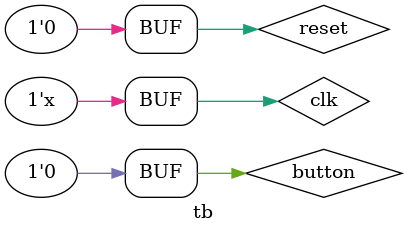
<source format=v>
`timescale 1ns/10ps

/* Axelou Olympia
 * oaxelou@uth.gr 
 * 2161
 * 
 * ce430
 * Project1: 7-Segment display
 *
 * Part C: button triggered 16-char message display (circular)
 * (the same file as of part B)  
 * 
 * tb.v: the testbench of the partB circuit
 * 
 * Tests the button: 
 * 1) It sends 2 signals with bouncing at posedge and at negedge
 * 2) then sends 2 signals with no bouncing
 */

module tb;

	reg clk;
	reg reset;
	reg button;

	wire an3,an2,an1,an0;
	wire a,b,c,d,e,f,g,dp;

	initial begin
		clk = 1'b1;
		button = 1'b0;
		
		#100 reset = 1'b1;
		#5 reset = 1'b0;
		#15 reset = 1'b1;
		#5 reset = 1'b0;
		#5 reset = 1'b1;
		#15 reset = 1'b0;
		#5 reset = 1'b1;
		#5000 reset = 1'b0;
		#5 reset = 1'b1;
		#15 reset = 1'b0;
		#5 reset = 1'b1;
		#25 reset = 1'b0;
		#5 reset = 1'b1;
		#5 reset = 1'b0;
		
		// 1st button press
		#5000 button = 1'b1;
		#5 button = 1'b0;
		#15 button = 1'b1;
		#5 button = 1'b0;
		#5 button = 1'b1;
		#5 button = 1'b0;
		#5 button = 1'b1;
		
		#5000 button = 1'b0;
		#15 button = 1'b1;
		#5 button = 1'b0;
		#5 button = 1'b1;
		#5 button = 1'b0;
		#5 button = 1'b1;
		#15 button = 1'b0;
		
		// 2nd button press
		#5200 button = 1'b1;
		#5 button = 1'b0;
		#15 button = 1'b1;
		#5 button = 1'b0;
		#5 button = 1'b1;
		#5 button = 1'b0;
		#5 button = 1'b1;
		
		#5000 button = 1'b0;
		#15 button = 1'b1;
		#5 button = 1'b0;
		#5 button = 1'b1;
		#5 button = 1'b0;
		#5 button = 1'b1;
		#15 button = 1'b0;
	
		
		// 3rd button press
		#5200 button = 1'b1;
		#5000 button = 1'b0;
		
		// 4th button press
		#5200 button = 1'b1;
		#5000 button = 1'b0;
		
		// 5th button press
		#5200 button = 1'b1;
		#5000 button = 1'b0;
		
		// 6th button press
		#5200 button = 1'b1;
		#5000 button = 1'b0;
		
		// 7th button press
		#5200 button = 1'b1;
		#5000 button = 1'b0;
		
		// 8th button press
		#5200 button = 1'b1;
		#5000 button = 1'b0;
		
		// 9th button press
		#5200 button = 1'b1;
		#5000 button = 1'b0;
		
		// 10th button press
		#5200 button = 1'b1;
		#5000 button = 1'b0;
		
		// 11th button press
		#5200 button = 1'b1;
		#5000 button = 1'b0;
		
		// 12th button press
		#5200 button = 1'b1;
		#5000 button = 1'b0;
		
		// 13th button press
		#5200 button = 1'b1;
		#5000 button = 1'b0;
		
		// 14th button press
		#5200 button = 1'b1;
		#5000 button = 1'b0;
		
		// 15th button press
		#5200 button = 1'b1;
		#5000 button = 1'b0;
		
		// 16th button press
		#5200 button = 1'b1;
		#5000 button = 1'b0;
		
		// 17th button press
		#5200 button = 1'b1;
		#5000 button = 1'b0;
		
		// 18th button press
		#5200 button = 1'b1;
		#5000 button = 1'b0;
		
		// 19th button press
		#5200 button = 1'b1;
		#5000 button = 1'b0;
		
		// 20th button press
		#5200 button = 1'b1;
		#5000 button = 1'b0;
	end

	always begin
		#10 clk = ~clk;
	end

	FourDigitLEDdriver topLevelinstance(.reset(reset), .button(button), .clk(clk), 
							.an3(an3), .an2(an2), .an1(an1), .an0(an0), 
							.a(a), .b(b), .c(c), .d(d), .e(e), .f(f), .g(g), .dp(dp));

endmodule

</source>
